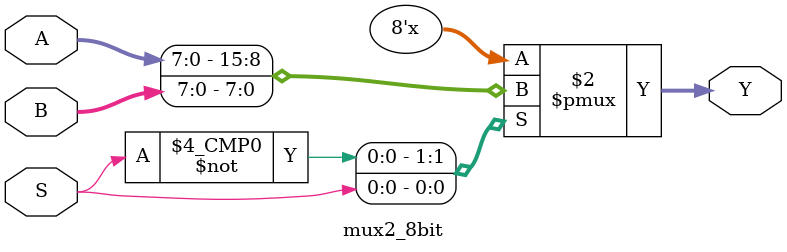
<source format=v>
`timescale 1ns / 1ps

module mux2_8bit(
	 input [7:0] A,
    	 input [7:0] B,
    	 input S,
    	 output reg [7:0] Y);
	 
	always @ (A or B or S)
	    begin
	        case(S)
		    0:
		        begin
			    Y = A;
			end
		    1:
			begin
			    Y = B;
			end
		endcase
	    end
endmodule

</source>
